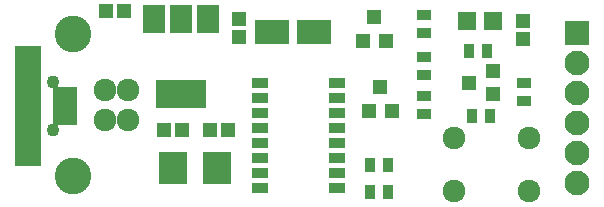
<source format=gbr>
G04 #@! TF.GenerationSoftware,KiCad,Pcbnew,5.0.0-fee4fd1~65~ubuntu17.10.1*
G04 #@! TF.CreationDate,2018-12-23T17:35:25+00:00*
G04 #@! TF.ProjectId,Programmer Using CH340G,50726F6772616D6D6572205573696E67,rev?*
G04 #@! TF.SameCoordinates,Original*
G04 #@! TF.FileFunction,Soldermask,Top*
G04 #@! TF.FilePolarity,Negative*
%FSLAX46Y46*%
G04 Gerber Fmt 4.6, Leading zero omitted, Abs format (unit mm)*
G04 Created by KiCad (PCBNEW 5.0.0-fee4fd1~65~ubuntu17.10.1) date Sun Dec 23 17:35:25 2018*
%MOMM*%
%LPD*%
G01*
G04 APERTURE LIST*
%ADD10R,2.300000X10.200000*%
%ADD11R,2.100000X0.800000*%
%ADD12C,1.100000*%
%ADD13R,1.900000X2.400000*%
%ADD14R,4.200000X2.400000*%
%ADD15R,2.400000X2.800000*%
%ADD16C,2.100000*%
%ADD17R,2.100000X2.100000*%
%ADD18C,3.100000*%
%ADD19C,1.920000*%
%ADD20R,1.200000X1.150000*%
%ADD21R,1.150000X1.200000*%
%ADD22R,0.900000X1.300000*%
%ADD23R,1.300000X0.900000*%
%ADD24R,1.600000X1.600000*%
%ADD25R,3.000000X2.000000*%
%ADD26C,1.924000*%
%ADD27R,1.300000X1.200000*%
%ADD28R,1.200000X1.300000*%
%ADD29R,1.400000X0.900000*%
G04 APERTURE END LIST*
D10*
G04 #@! TO.C,J1*
X86360000Y-48831500D03*
D11*
X89535000Y-49466500D03*
X89535000Y-50101500D03*
X89535000Y-48196500D03*
X89535000Y-47561500D03*
X89535000Y-48831500D03*
D12*
X88519000Y-50863500D03*
X88519000Y-46799500D03*
G04 #@! TD*
D13*
G04 #@! TO.C,IC1*
X101614000Y-41490500D03*
X97014000Y-41490500D03*
X99314000Y-41490500D03*
D14*
X99314000Y-47790500D03*
G04 #@! TD*
D15*
G04 #@! TO.C,Y1*
X98670500Y-54102000D03*
X102370500Y-54102000D03*
G04 #@! TD*
D16*
G04 #@! TO.C,J2*
X132842000Y-55372000D03*
X132842000Y-52832000D03*
X132842000Y-50292000D03*
X132842000Y-47752000D03*
X132842000Y-45212000D03*
D17*
X132842000Y-42672000D03*
G04 #@! TD*
D18*
G04 #@! TO.C,J3*
X90169000Y-54768000D03*
X90169000Y-42768000D03*
D19*
X92869000Y-47498000D03*
X92869000Y-50038000D03*
X94869000Y-50038000D03*
X94869000Y-47498000D03*
G04 #@! TD*
D20*
G04 #@! TO.C,C1*
X103302500Y-50863500D03*
X101802500Y-50863500D03*
G04 #@! TD*
G04 #@! TO.C,C2*
X97865500Y-50863500D03*
X99365500Y-50863500D03*
G04 #@! TD*
G04 #@! TO.C,C4*
X92988000Y-40830500D03*
X94488000Y-40830500D03*
G04 #@! TD*
D21*
G04 #@! TO.C,C6*
X128270000Y-41680000D03*
X128270000Y-43180000D03*
G04 #@! TD*
D22*
G04 #@! TO.C,R1*
X115340000Y-56134000D03*
X116840000Y-56134000D03*
G04 #@! TD*
G04 #@! TO.C,R2*
X116840000Y-53848000D03*
X115340000Y-53848000D03*
G04 #@! TD*
G04 #@! TO.C,R3*
X125464000Y-49657000D03*
X123964000Y-49657000D03*
G04 #@! TD*
G04 #@! TO.C,R4*
X125222000Y-44196000D03*
X123722000Y-44196000D03*
G04 #@! TD*
D23*
G04 #@! TO.C,R5*
X119888000Y-44728000D03*
X119888000Y-46228000D03*
G04 #@! TD*
G04 #@! TO.C,R6*
X119888000Y-48018000D03*
X119888000Y-49518000D03*
G04 #@! TD*
D24*
G04 #@! TO.C,D2*
X123530000Y-41656000D03*
X125730000Y-41656000D03*
G04 #@! TD*
D23*
G04 #@! TO.C,R7*
X128397000Y-46875000D03*
X128397000Y-48375000D03*
G04 #@! TD*
G04 #@! TO.C,R8*
X119888000Y-42672000D03*
X119888000Y-41172000D03*
G04 #@! TD*
D25*
G04 #@! TO.C,C3*
X110617000Y-42545000D03*
X107017000Y-42545000D03*
G04 #@! TD*
D21*
G04 #@! TO.C,C5*
X104203500Y-42977500D03*
X104203500Y-41477500D03*
G04 #@! TD*
D26*
G04 #@! TO.C,SW1*
X128778000Y-51562000D03*
X128778000Y-56007000D03*
X122428000Y-51562000D03*
X122428000Y-56007000D03*
G04 #@! TD*
D27*
G04 #@! TO.C,T1*
X125714000Y-47813000D03*
X125714000Y-45913000D03*
X123714000Y-46863000D03*
G04 #@! TD*
D28*
G04 #@! TO.C,T2*
X115697000Y-41291000D03*
X116647000Y-43291000D03*
X114747000Y-43291000D03*
G04 #@! TD*
G04 #@! TO.C,T3*
X115255000Y-49260000D03*
X117155000Y-49260000D03*
X116205000Y-47260000D03*
G04 #@! TD*
D29*
G04 #@! TO.C,U1*
X106045000Y-46863000D03*
X106045000Y-48133000D03*
X106045000Y-49403000D03*
X106045000Y-50673000D03*
X106045000Y-51943000D03*
X106045000Y-53213000D03*
X106045000Y-54483000D03*
X112522000Y-54483000D03*
X112522000Y-53213000D03*
X112522000Y-51943000D03*
X112522000Y-50673000D03*
X112522000Y-49403000D03*
X106045000Y-55753000D03*
X112522000Y-55753000D03*
X112522000Y-48133000D03*
X112522000Y-46863000D03*
G04 #@! TD*
M02*

</source>
